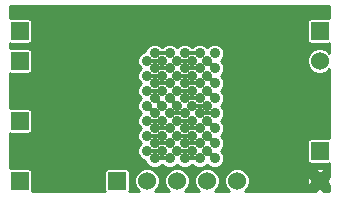
<source format=gbl>
G04 (created by PCBNEW (2013-07-07 BZR 4022)-stable) date 05/01/2015 10:26:05*
%MOIN*%
G04 Gerber Fmt 3.4, Leading zero omitted, Abs format*
%FSLAX34Y34*%
G01*
G70*
G90*
G04 APERTURE LIST*
%ADD10C,0.00590551*%
%ADD11R,0.06X0.06*%
%ADD12C,0.06*%
%ADD13C,0.035*%
%ADD14C,0.012*%
%ADD15C,0.01*%
G04 APERTURE END LIST*
G54D10*
G54D11*
X85500Y-59500D03*
X85500Y-61500D03*
X85500Y-56500D03*
X85500Y-57500D03*
X95500Y-60500D03*
G54D12*
X95500Y-61500D03*
G54D11*
X95500Y-56500D03*
G54D12*
X95500Y-57500D03*
G54D11*
X88750Y-61500D03*
G54D12*
X89750Y-61500D03*
X90750Y-61500D03*
X91750Y-61500D03*
X92750Y-61500D03*
G54D13*
X90750Y-59000D03*
X90500Y-58750D03*
X90000Y-60750D03*
X90500Y-60750D03*
X91000Y-60750D03*
X91500Y-60750D03*
X92000Y-60750D03*
X91750Y-60500D03*
X91250Y-60500D03*
X90750Y-60500D03*
X90250Y-60500D03*
X89750Y-60500D03*
X90000Y-60250D03*
X90500Y-60250D03*
X91000Y-60250D03*
X91500Y-60250D03*
X92000Y-60250D03*
X91750Y-60000D03*
X91250Y-60000D03*
X90750Y-60000D03*
X90250Y-60000D03*
X89750Y-60000D03*
X90000Y-59750D03*
X90500Y-59750D03*
X91000Y-59750D03*
X91500Y-59750D03*
X92000Y-59750D03*
X91750Y-59500D03*
X91250Y-59500D03*
X90750Y-59500D03*
X90250Y-59500D03*
X89750Y-59500D03*
X92000Y-57250D03*
X90250Y-59000D03*
X90000Y-58750D03*
X89750Y-59000D03*
X90000Y-59250D03*
X90500Y-59250D03*
X91000Y-59250D03*
X91500Y-59250D03*
X92000Y-59250D03*
X91750Y-59000D03*
X91250Y-59000D03*
X91000Y-58750D03*
X91500Y-58750D03*
X92000Y-58750D03*
X91750Y-58500D03*
X91250Y-58500D03*
X90750Y-58500D03*
X90250Y-58500D03*
X89750Y-58500D03*
X90000Y-58250D03*
X90500Y-58250D03*
X91000Y-58250D03*
X91500Y-58250D03*
X92000Y-58250D03*
X91750Y-58000D03*
X91250Y-58000D03*
X90750Y-58000D03*
X90250Y-58000D03*
X89750Y-58000D03*
X90000Y-57750D03*
X90500Y-57750D03*
X91000Y-57750D03*
X91500Y-57750D03*
X92000Y-57750D03*
X91750Y-57500D03*
X91250Y-57500D03*
X90750Y-57500D03*
X90250Y-57500D03*
X89750Y-57500D03*
X90000Y-57250D03*
X90500Y-57250D03*
X91000Y-57250D03*
X91500Y-57250D03*
X93550Y-57150D03*
X94550Y-57150D03*
X87200Y-56750D03*
X87200Y-56150D03*
X87300Y-59750D03*
X87250Y-61250D03*
X89000Y-56000D03*
X89000Y-56500D03*
X93500Y-61250D03*
X88150Y-57550D03*
G54D14*
X90750Y-59000D02*
X90500Y-58750D01*
X90500Y-60750D02*
X90000Y-60750D01*
X91500Y-60750D02*
X91000Y-60750D01*
X91750Y-60500D02*
X92000Y-60750D01*
X90750Y-60500D02*
X91250Y-60500D01*
X89750Y-60500D02*
X90250Y-60500D01*
X90500Y-60250D02*
X90000Y-60250D01*
X91500Y-60250D02*
X91000Y-60250D01*
X91750Y-60000D02*
X92000Y-60250D01*
X90750Y-60000D02*
X91250Y-60000D01*
X89750Y-60000D02*
X90250Y-60000D01*
X90500Y-59750D02*
X90000Y-59750D01*
X91500Y-59750D02*
X91000Y-59750D01*
X91750Y-59500D02*
X92000Y-59750D01*
X90750Y-59500D02*
X91250Y-59500D01*
X89750Y-59500D02*
X90250Y-59500D01*
X90250Y-59000D02*
X90000Y-58750D01*
X89750Y-59000D02*
X90000Y-59250D01*
X90500Y-59250D02*
X91000Y-59250D01*
X91500Y-59250D02*
X92000Y-59250D01*
X91750Y-59000D02*
X91250Y-59000D01*
X91000Y-58750D02*
X91500Y-58750D01*
X92000Y-58750D02*
X91750Y-58500D01*
X91250Y-58500D02*
X90750Y-58500D01*
X90250Y-58500D02*
X89750Y-58500D01*
X90000Y-58250D02*
X90500Y-58250D01*
X91000Y-58250D02*
X91500Y-58250D01*
X92000Y-58250D02*
X91750Y-58000D01*
X91250Y-58000D02*
X90750Y-58000D01*
X90250Y-58000D02*
X89750Y-58000D01*
X90000Y-57750D02*
X90500Y-57750D01*
X91000Y-57750D02*
X91500Y-57750D01*
X92000Y-57750D02*
X91750Y-57500D01*
X91250Y-57500D02*
X90750Y-57500D01*
X90250Y-57500D02*
X89750Y-57500D01*
X90000Y-57250D02*
X90500Y-57250D01*
X91000Y-57250D02*
X91500Y-57250D01*
X87200Y-56150D02*
X87200Y-56750D01*
X89000Y-56000D02*
X89000Y-56500D01*
G54D10*
G36*
X95830Y-61830D02*
X95665Y-61830D01*
X95665Y-61140D01*
X95630Y-61086D01*
X95462Y-61068D01*
X95369Y-61086D01*
X95334Y-61140D01*
X95500Y-61305D01*
X95665Y-61140D01*
X95665Y-61830D01*
X95635Y-61830D01*
X95500Y-61694D01*
X95364Y-61830D01*
X95305Y-61830D01*
X95305Y-61500D01*
X95140Y-61334D01*
X95086Y-61369D01*
X95068Y-61537D01*
X95086Y-61630D01*
X95140Y-61665D01*
X95305Y-61500D01*
X95305Y-61830D01*
X93020Y-61830D01*
X93110Y-61741D01*
X93174Y-61584D01*
X93175Y-61415D01*
X93110Y-61259D01*
X92991Y-61139D01*
X92834Y-61075D01*
X92665Y-61074D01*
X92509Y-61139D01*
X92389Y-61258D01*
X92325Y-61415D01*
X92325Y-61435D01*
X92325Y-60685D01*
X92275Y-60566D01*
X92209Y-60499D01*
X92275Y-60434D01*
X92324Y-60314D01*
X92325Y-60185D01*
X92275Y-60066D01*
X92209Y-59999D01*
X92275Y-59934D01*
X92324Y-59814D01*
X92325Y-59685D01*
X92275Y-59566D01*
X92209Y-59499D01*
X92275Y-59434D01*
X92324Y-59314D01*
X92325Y-59185D01*
X92275Y-59066D01*
X92209Y-58999D01*
X92275Y-58934D01*
X92324Y-58814D01*
X92325Y-58685D01*
X92275Y-58566D01*
X92209Y-58499D01*
X92275Y-58434D01*
X92324Y-58314D01*
X92325Y-58185D01*
X92275Y-58066D01*
X92209Y-57999D01*
X92275Y-57934D01*
X92324Y-57814D01*
X92325Y-57685D01*
X92275Y-57566D01*
X92209Y-57499D01*
X92275Y-57434D01*
X92324Y-57314D01*
X92325Y-57185D01*
X92275Y-57066D01*
X92184Y-56974D01*
X92064Y-56925D01*
X91935Y-56924D01*
X91816Y-56974D01*
X91749Y-57040D01*
X91684Y-56974D01*
X91564Y-56925D01*
X91435Y-56924D01*
X91316Y-56974D01*
X91250Y-57040D01*
X91249Y-57040D01*
X91184Y-56974D01*
X91064Y-56925D01*
X90935Y-56924D01*
X90816Y-56974D01*
X90749Y-57040D01*
X90684Y-56974D01*
X90564Y-56925D01*
X90435Y-56924D01*
X90316Y-56974D01*
X90250Y-57040D01*
X90249Y-57040D01*
X90184Y-56974D01*
X90064Y-56925D01*
X89935Y-56924D01*
X89816Y-56974D01*
X89724Y-57065D01*
X89677Y-57178D01*
X89566Y-57224D01*
X89474Y-57315D01*
X89425Y-57435D01*
X89424Y-57564D01*
X89474Y-57683D01*
X89540Y-57750D01*
X89474Y-57815D01*
X89425Y-57935D01*
X89424Y-58064D01*
X89474Y-58183D01*
X89540Y-58250D01*
X89474Y-58315D01*
X89425Y-58435D01*
X89424Y-58564D01*
X89474Y-58683D01*
X89540Y-58750D01*
X89474Y-58815D01*
X89425Y-58935D01*
X89424Y-59064D01*
X89474Y-59183D01*
X89540Y-59250D01*
X89474Y-59315D01*
X89425Y-59435D01*
X89424Y-59564D01*
X89474Y-59683D01*
X89540Y-59750D01*
X89474Y-59815D01*
X89425Y-59935D01*
X89424Y-60064D01*
X89474Y-60183D01*
X89540Y-60250D01*
X89474Y-60315D01*
X89425Y-60435D01*
X89424Y-60564D01*
X89474Y-60683D01*
X89565Y-60775D01*
X89678Y-60822D01*
X89724Y-60933D01*
X89815Y-61025D01*
X89935Y-61074D01*
X90064Y-61075D01*
X90183Y-61025D01*
X90249Y-60960D01*
X90250Y-60960D01*
X90315Y-61025D01*
X90435Y-61074D01*
X90564Y-61075D01*
X90683Y-61025D01*
X90750Y-60959D01*
X90815Y-61025D01*
X90935Y-61074D01*
X91064Y-61075D01*
X91183Y-61025D01*
X91249Y-60960D01*
X91250Y-60960D01*
X91315Y-61025D01*
X91435Y-61074D01*
X91564Y-61075D01*
X91683Y-61025D01*
X91750Y-60959D01*
X91815Y-61025D01*
X91935Y-61074D01*
X92064Y-61075D01*
X92183Y-61025D01*
X92275Y-60934D01*
X92324Y-60814D01*
X92325Y-60685D01*
X92325Y-61435D01*
X92324Y-61584D01*
X92389Y-61740D01*
X92479Y-61830D01*
X92020Y-61830D01*
X92110Y-61741D01*
X92174Y-61584D01*
X92175Y-61415D01*
X92110Y-61259D01*
X91991Y-61139D01*
X91834Y-61075D01*
X91665Y-61074D01*
X91509Y-61139D01*
X91389Y-61258D01*
X91325Y-61415D01*
X91324Y-61584D01*
X91389Y-61740D01*
X91479Y-61830D01*
X91020Y-61830D01*
X91110Y-61741D01*
X91174Y-61584D01*
X91175Y-61415D01*
X91110Y-61259D01*
X90991Y-61139D01*
X90834Y-61075D01*
X90665Y-61074D01*
X90509Y-61139D01*
X90389Y-61258D01*
X90325Y-61415D01*
X90324Y-61584D01*
X90389Y-61740D01*
X90479Y-61830D01*
X90020Y-61830D01*
X90110Y-61741D01*
X90174Y-61584D01*
X90175Y-61415D01*
X90110Y-61259D01*
X89991Y-61139D01*
X89834Y-61075D01*
X89665Y-61074D01*
X89509Y-61139D01*
X89389Y-61258D01*
X89325Y-61415D01*
X89324Y-61584D01*
X89389Y-61740D01*
X89479Y-61830D01*
X89164Y-61830D01*
X89174Y-61804D01*
X89175Y-61745D01*
X89175Y-61195D01*
X89152Y-61140D01*
X89110Y-61097D01*
X89054Y-61075D01*
X88995Y-61074D01*
X88445Y-61074D01*
X88390Y-61097D01*
X88347Y-61139D01*
X88325Y-61195D01*
X88324Y-61254D01*
X88324Y-61804D01*
X88335Y-61830D01*
X85914Y-61830D01*
X85924Y-61804D01*
X85925Y-61745D01*
X85925Y-61195D01*
X85902Y-61140D01*
X85860Y-61097D01*
X85804Y-61075D01*
X85745Y-61074D01*
X85195Y-61074D01*
X85169Y-61085D01*
X85169Y-59914D01*
X85195Y-59924D01*
X85254Y-59925D01*
X85804Y-59925D01*
X85859Y-59902D01*
X85902Y-59860D01*
X85924Y-59804D01*
X85925Y-59745D01*
X85925Y-59195D01*
X85902Y-59140D01*
X85860Y-59097D01*
X85804Y-59075D01*
X85745Y-59074D01*
X85195Y-59074D01*
X85169Y-59085D01*
X85169Y-57914D01*
X85195Y-57924D01*
X85254Y-57925D01*
X85804Y-57925D01*
X85859Y-57902D01*
X85902Y-57860D01*
X85924Y-57804D01*
X85925Y-57745D01*
X85925Y-57195D01*
X85902Y-57140D01*
X85860Y-57097D01*
X85804Y-57075D01*
X85745Y-57074D01*
X85195Y-57074D01*
X85169Y-57085D01*
X85169Y-56914D01*
X85195Y-56924D01*
X85254Y-56925D01*
X85804Y-56925D01*
X85859Y-56902D01*
X85902Y-56860D01*
X85924Y-56804D01*
X85925Y-56745D01*
X85925Y-56195D01*
X85902Y-56140D01*
X85860Y-56097D01*
X85804Y-56075D01*
X85745Y-56074D01*
X85195Y-56074D01*
X85169Y-56085D01*
X85169Y-55669D01*
X95830Y-55669D01*
X95830Y-56085D01*
X95804Y-56075D01*
X95745Y-56074D01*
X95195Y-56074D01*
X95140Y-56097D01*
X95097Y-56139D01*
X95075Y-56195D01*
X95074Y-56254D01*
X95074Y-56804D01*
X95097Y-56859D01*
X95139Y-56902D01*
X95195Y-56924D01*
X95254Y-56925D01*
X95804Y-56925D01*
X95830Y-56914D01*
X95830Y-57229D01*
X95741Y-57139D01*
X95584Y-57075D01*
X95415Y-57074D01*
X95259Y-57139D01*
X95139Y-57258D01*
X95075Y-57415D01*
X95074Y-57584D01*
X95139Y-57740D01*
X95258Y-57860D01*
X95415Y-57924D01*
X95584Y-57925D01*
X95740Y-57860D01*
X95830Y-57770D01*
X95830Y-60085D01*
X95804Y-60075D01*
X95745Y-60074D01*
X95195Y-60074D01*
X95140Y-60097D01*
X95097Y-60139D01*
X95075Y-60195D01*
X95074Y-60254D01*
X95074Y-60804D01*
X95097Y-60859D01*
X95139Y-60902D01*
X95195Y-60924D01*
X95254Y-60925D01*
X95804Y-60925D01*
X95830Y-60914D01*
X95830Y-61364D01*
X95694Y-61500D01*
X95830Y-61635D01*
X95830Y-61750D01*
X95830Y-61830D01*
X95830Y-61830D01*
G37*
G54D15*
X95830Y-61830D02*
X95665Y-61830D01*
X95665Y-61140D01*
X95630Y-61086D01*
X95462Y-61068D01*
X95369Y-61086D01*
X95334Y-61140D01*
X95500Y-61305D01*
X95665Y-61140D01*
X95665Y-61830D01*
X95635Y-61830D01*
X95500Y-61694D01*
X95364Y-61830D01*
X95305Y-61830D01*
X95305Y-61500D01*
X95140Y-61334D01*
X95086Y-61369D01*
X95068Y-61537D01*
X95086Y-61630D01*
X95140Y-61665D01*
X95305Y-61500D01*
X95305Y-61830D01*
X93020Y-61830D01*
X93110Y-61741D01*
X93174Y-61584D01*
X93175Y-61415D01*
X93110Y-61259D01*
X92991Y-61139D01*
X92834Y-61075D01*
X92665Y-61074D01*
X92509Y-61139D01*
X92389Y-61258D01*
X92325Y-61415D01*
X92325Y-61435D01*
X92325Y-60685D01*
X92275Y-60566D01*
X92209Y-60499D01*
X92275Y-60434D01*
X92324Y-60314D01*
X92325Y-60185D01*
X92275Y-60066D01*
X92209Y-59999D01*
X92275Y-59934D01*
X92324Y-59814D01*
X92325Y-59685D01*
X92275Y-59566D01*
X92209Y-59499D01*
X92275Y-59434D01*
X92324Y-59314D01*
X92325Y-59185D01*
X92275Y-59066D01*
X92209Y-58999D01*
X92275Y-58934D01*
X92324Y-58814D01*
X92325Y-58685D01*
X92275Y-58566D01*
X92209Y-58499D01*
X92275Y-58434D01*
X92324Y-58314D01*
X92325Y-58185D01*
X92275Y-58066D01*
X92209Y-57999D01*
X92275Y-57934D01*
X92324Y-57814D01*
X92325Y-57685D01*
X92275Y-57566D01*
X92209Y-57499D01*
X92275Y-57434D01*
X92324Y-57314D01*
X92325Y-57185D01*
X92275Y-57066D01*
X92184Y-56974D01*
X92064Y-56925D01*
X91935Y-56924D01*
X91816Y-56974D01*
X91749Y-57040D01*
X91684Y-56974D01*
X91564Y-56925D01*
X91435Y-56924D01*
X91316Y-56974D01*
X91250Y-57040D01*
X91249Y-57040D01*
X91184Y-56974D01*
X91064Y-56925D01*
X90935Y-56924D01*
X90816Y-56974D01*
X90749Y-57040D01*
X90684Y-56974D01*
X90564Y-56925D01*
X90435Y-56924D01*
X90316Y-56974D01*
X90250Y-57040D01*
X90249Y-57040D01*
X90184Y-56974D01*
X90064Y-56925D01*
X89935Y-56924D01*
X89816Y-56974D01*
X89724Y-57065D01*
X89677Y-57178D01*
X89566Y-57224D01*
X89474Y-57315D01*
X89425Y-57435D01*
X89424Y-57564D01*
X89474Y-57683D01*
X89540Y-57750D01*
X89474Y-57815D01*
X89425Y-57935D01*
X89424Y-58064D01*
X89474Y-58183D01*
X89540Y-58250D01*
X89474Y-58315D01*
X89425Y-58435D01*
X89424Y-58564D01*
X89474Y-58683D01*
X89540Y-58750D01*
X89474Y-58815D01*
X89425Y-58935D01*
X89424Y-59064D01*
X89474Y-59183D01*
X89540Y-59250D01*
X89474Y-59315D01*
X89425Y-59435D01*
X89424Y-59564D01*
X89474Y-59683D01*
X89540Y-59750D01*
X89474Y-59815D01*
X89425Y-59935D01*
X89424Y-60064D01*
X89474Y-60183D01*
X89540Y-60250D01*
X89474Y-60315D01*
X89425Y-60435D01*
X89424Y-60564D01*
X89474Y-60683D01*
X89565Y-60775D01*
X89678Y-60822D01*
X89724Y-60933D01*
X89815Y-61025D01*
X89935Y-61074D01*
X90064Y-61075D01*
X90183Y-61025D01*
X90249Y-60960D01*
X90250Y-60960D01*
X90315Y-61025D01*
X90435Y-61074D01*
X90564Y-61075D01*
X90683Y-61025D01*
X90750Y-60959D01*
X90815Y-61025D01*
X90935Y-61074D01*
X91064Y-61075D01*
X91183Y-61025D01*
X91249Y-60960D01*
X91250Y-60960D01*
X91315Y-61025D01*
X91435Y-61074D01*
X91564Y-61075D01*
X91683Y-61025D01*
X91750Y-60959D01*
X91815Y-61025D01*
X91935Y-61074D01*
X92064Y-61075D01*
X92183Y-61025D01*
X92275Y-60934D01*
X92324Y-60814D01*
X92325Y-60685D01*
X92325Y-61435D01*
X92324Y-61584D01*
X92389Y-61740D01*
X92479Y-61830D01*
X92020Y-61830D01*
X92110Y-61741D01*
X92174Y-61584D01*
X92175Y-61415D01*
X92110Y-61259D01*
X91991Y-61139D01*
X91834Y-61075D01*
X91665Y-61074D01*
X91509Y-61139D01*
X91389Y-61258D01*
X91325Y-61415D01*
X91324Y-61584D01*
X91389Y-61740D01*
X91479Y-61830D01*
X91020Y-61830D01*
X91110Y-61741D01*
X91174Y-61584D01*
X91175Y-61415D01*
X91110Y-61259D01*
X90991Y-61139D01*
X90834Y-61075D01*
X90665Y-61074D01*
X90509Y-61139D01*
X90389Y-61258D01*
X90325Y-61415D01*
X90324Y-61584D01*
X90389Y-61740D01*
X90479Y-61830D01*
X90020Y-61830D01*
X90110Y-61741D01*
X90174Y-61584D01*
X90175Y-61415D01*
X90110Y-61259D01*
X89991Y-61139D01*
X89834Y-61075D01*
X89665Y-61074D01*
X89509Y-61139D01*
X89389Y-61258D01*
X89325Y-61415D01*
X89324Y-61584D01*
X89389Y-61740D01*
X89479Y-61830D01*
X89164Y-61830D01*
X89174Y-61804D01*
X89175Y-61745D01*
X89175Y-61195D01*
X89152Y-61140D01*
X89110Y-61097D01*
X89054Y-61075D01*
X88995Y-61074D01*
X88445Y-61074D01*
X88390Y-61097D01*
X88347Y-61139D01*
X88325Y-61195D01*
X88324Y-61254D01*
X88324Y-61804D01*
X88335Y-61830D01*
X85914Y-61830D01*
X85924Y-61804D01*
X85925Y-61745D01*
X85925Y-61195D01*
X85902Y-61140D01*
X85860Y-61097D01*
X85804Y-61075D01*
X85745Y-61074D01*
X85195Y-61074D01*
X85169Y-61085D01*
X85169Y-59914D01*
X85195Y-59924D01*
X85254Y-59925D01*
X85804Y-59925D01*
X85859Y-59902D01*
X85902Y-59860D01*
X85924Y-59804D01*
X85925Y-59745D01*
X85925Y-59195D01*
X85902Y-59140D01*
X85860Y-59097D01*
X85804Y-59075D01*
X85745Y-59074D01*
X85195Y-59074D01*
X85169Y-59085D01*
X85169Y-57914D01*
X85195Y-57924D01*
X85254Y-57925D01*
X85804Y-57925D01*
X85859Y-57902D01*
X85902Y-57860D01*
X85924Y-57804D01*
X85925Y-57745D01*
X85925Y-57195D01*
X85902Y-57140D01*
X85860Y-57097D01*
X85804Y-57075D01*
X85745Y-57074D01*
X85195Y-57074D01*
X85169Y-57085D01*
X85169Y-56914D01*
X85195Y-56924D01*
X85254Y-56925D01*
X85804Y-56925D01*
X85859Y-56902D01*
X85902Y-56860D01*
X85924Y-56804D01*
X85925Y-56745D01*
X85925Y-56195D01*
X85902Y-56140D01*
X85860Y-56097D01*
X85804Y-56075D01*
X85745Y-56074D01*
X85195Y-56074D01*
X85169Y-56085D01*
X85169Y-55669D01*
X95830Y-55669D01*
X95830Y-56085D01*
X95804Y-56075D01*
X95745Y-56074D01*
X95195Y-56074D01*
X95140Y-56097D01*
X95097Y-56139D01*
X95075Y-56195D01*
X95074Y-56254D01*
X95074Y-56804D01*
X95097Y-56859D01*
X95139Y-56902D01*
X95195Y-56924D01*
X95254Y-56925D01*
X95804Y-56925D01*
X95830Y-56914D01*
X95830Y-57229D01*
X95741Y-57139D01*
X95584Y-57075D01*
X95415Y-57074D01*
X95259Y-57139D01*
X95139Y-57258D01*
X95075Y-57415D01*
X95074Y-57584D01*
X95139Y-57740D01*
X95258Y-57860D01*
X95415Y-57924D01*
X95584Y-57925D01*
X95740Y-57860D01*
X95830Y-57770D01*
X95830Y-60085D01*
X95804Y-60075D01*
X95745Y-60074D01*
X95195Y-60074D01*
X95140Y-60097D01*
X95097Y-60139D01*
X95075Y-60195D01*
X95074Y-60254D01*
X95074Y-60804D01*
X95097Y-60859D01*
X95139Y-60902D01*
X95195Y-60924D01*
X95254Y-60925D01*
X95804Y-60925D01*
X95830Y-60914D01*
X95830Y-61364D01*
X95694Y-61500D01*
X95830Y-61635D01*
X95830Y-61750D01*
X95830Y-61830D01*
M02*

</source>
